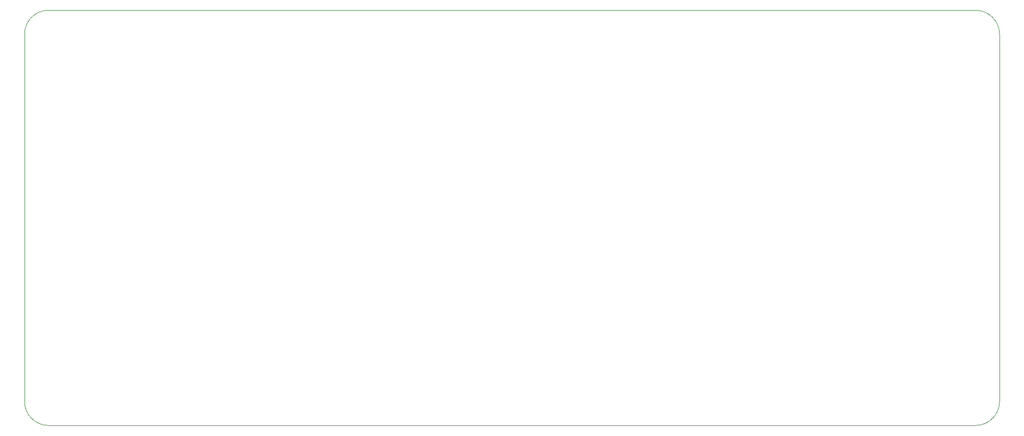
<source format=gbr>
G04 #@! TF.GenerationSoftware,KiCad,Pcbnew,(5.1.7)-1*
G04 #@! TF.CreationDate,2020-12-07T09:59:57+09:00*
G04 #@! TF.ProjectId,pisces,70697363-6573-42e6-9b69-6361645f7063,rev?*
G04 #@! TF.SameCoordinates,Original*
G04 #@! TF.FileFunction,Profile,NP*
%FSLAX46Y46*%
G04 Gerber Fmt 4.6, Leading zero omitted, Abs format (unit mm)*
G04 Created by KiCad (PCBNEW (5.1.7)-1) date 2020-12-07 09:59:57*
%MOMM*%
%LPD*%
G01*
G04 APERTURE LIST*
G04 #@! TA.AperFunction,Profile*
%ADD10C,0.050000*%
G04 #@! TD*
G04 APERTURE END LIST*
D10*
X38100000Y-38100000D02*
G75*
G02*
X41910000Y-34290000I3810000J0D01*
G01*
X189230000Y-34290000D02*
G75*
G02*
X193040000Y-38100000I0J-3810000D01*
G01*
X193040000Y-96520000D02*
G75*
G02*
X189230000Y-100330000I-3810000J0D01*
G01*
X41910000Y-100330000D02*
G75*
G02*
X38100000Y-96520000I0J3810000D01*
G01*
X189230000Y-34290000D02*
X41910000Y-34290000D01*
X193040000Y-96520000D02*
X193040000Y-38100000D01*
X41910000Y-100330000D02*
X189230000Y-100330000D01*
X38100000Y-38100000D02*
X38100000Y-96520000D01*
M02*

</source>
